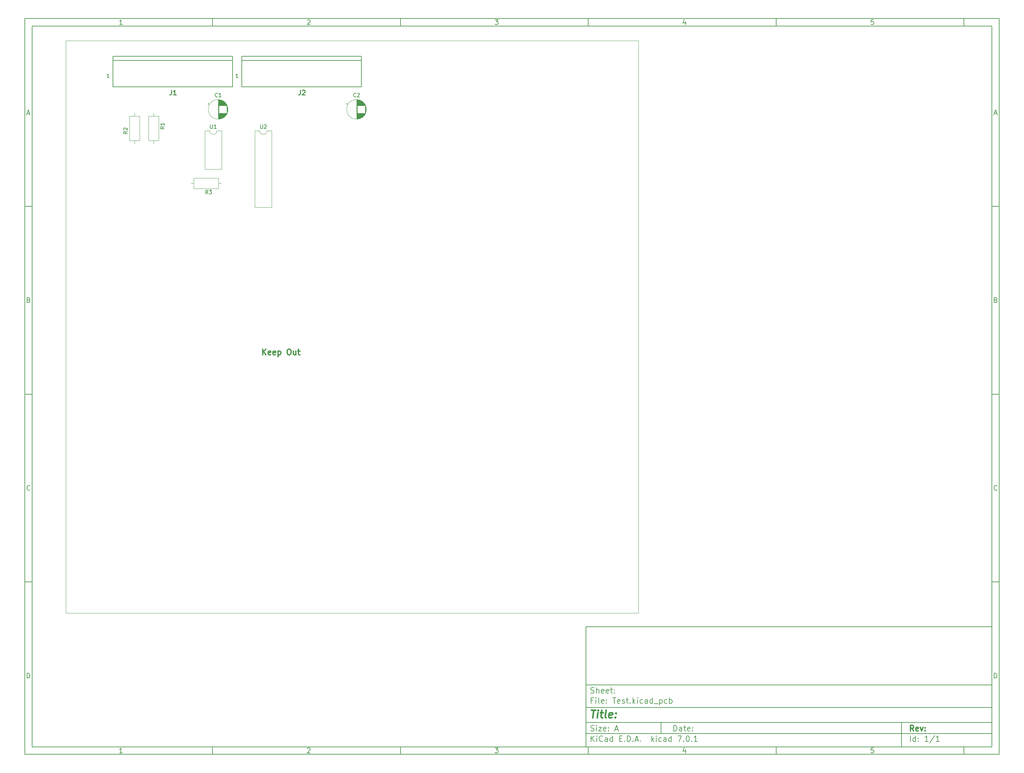
<source format=gbr>
%TF.GenerationSoftware,KiCad,Pcbnew,7.0.1*%
%TF.CreationDate,2023-03-26T09:27:21-05:00*%
%TF.ProjectId,Test,54657374-2e6b-4696-9361-645f70636258,rev?*%
%TF.SameCoordinates,Original*%
%TF.FileFunction,Legend,Top*%
%TF.FilePolarity,Positive*%
%FSLAX46Y46*%
G04 Gerber Fmt 4.6, Leading zero omitted, Abs format (unit mm)*
G04 Created by KiCad (PCBNEW 7.0.1) date 2023-03-26 09:27:21*
%MOMM*%
%LPD*%
G01*
G04 APERTURE LIST*
%ADD10C,0.100000*%
%ADD11C,0.150000*%
%ADD12C,0.300000*%
%ADD13C,0.400000*%
%ADD14C,0.254000*%
%ADD15C,0.120000*%
%ADD16C,0.200000*%
%TA.AperFunction,Profile*%
%ADD17C,0.100000*%
%TD*%
G04 APERTURE END LIST*
D10*
D11*
X159400000Y-171900000D02*
X267400000Y-171900000D01*
X267400000Y-203900000D01*
X159400000Y-203900000D01*
X159400000Y-171900000D01*
D10*
D11*
X10000000Y-10000000D02*
X269400000Y-10000000D01*
X269400000Y-205900000D01*
X10000000Y-205900000D01*
X10000000Y-10000000D01*
D10*
D11*
X12000000Y-12000000D02*
X267400000Y-12000000D01*
X267400000Y-203900000D01*
X12000000Y-203900000D01*
X12000000Y-12000000D01*
D10*
D11*
X60000000Y-12000000D02*
X60000000Y-10000000D01*
D10*
D11*
X110000000Y-12000000D02*
X110000000Y-10000000D01*
D10*
D11*
X160000000Y-12000000D02*
X160000000Y-10000000D01*
D10*
D11*
X210000000Y-12000000D02*
X210000000Y-10000000D01*
D10*
D11*
X260000000Y-12000000D02*
X260000000Y-10000000D01*
D10*
D11*
X35990476Y-11601404D02*
X35247619Y-11601404D01*
X35619047Y-11601404D02*
X35619047Y-10301404D01*
X35619047Y-10301404D02*
X35495238Y-10487119D01*
X35495238Y-10487119D02*
X35371428Y-10610928D01*
X35371428Y-10610928D02*
X35247619Y-10672833D01*
D10*
D11*
X85247619Y-10425214D02*
X85309523Y-10363309D01*
X85309523Y-10363309D02*
X85433333Y-10301404D01*
X85433333Y-10301404D02*
X85742857Y-10301404D01*
X85742857Y-10301404D02*
X85866666Y-10363309D01*
X85866666Y-10363309D02*
X85928571Y-10425214D01*
X85928571Y-10425214D02*
X85990476Y-10549023D01*
X85990476Y-10549023D02*
X85990476Y-10672833D01*
X85990476Y-10672833D02*
X85928571Y-10858547D01*
X85928571Y-10858547D02*
X85185714Y-11601404D01*
X85185714Y-11601404D02*
X85990476Y-11601404D01*
D10*
D11*
X135185714Y-10301404D02*
X135990476Y-10301404D01*
X135990476Y-10301404D02*
X135557142Y-10796642D01*
X135557142Y-10796642D02*
X135742857Y-10796642D01*
X135742857Y-10796642D02*
X135866666Y-10858547D01*
X135866666Y-10858547D02*
X135928571Y-10920452D01*
X135928571Y-10920452D02*
X135990476Y-11044261D01*
X135990476Y-11044261D02*
X135990476Y-11353785D01*
X135990476Y-11353785D02*
X135928571Y-11477595D01*
X135928571Y-11477595D02*
X135866666Y-11539500D01*
X135866666Y-11539500D02*
X135742857Y-11601404D01*
X135742857Y-11601404D02*
X135371428Y-11601404D01*
X135371428Y-11601404D02*
X135247619Y-11539500D01*
X135247619Y-11539500D02*
X135185714Y-11477595D01*
D10*
D11*
X185866666Y-10734738D02*
X185866666Y-11601404D01*
X185557142Y-10239500D02*
X185247619Y-11168071D01*
X185247619Y-11168071D02*
X186052380Y-11168071D01*
D10*
D11*
X235928571Y-10301404D02*
X235309523Y-10301404D01*
X235309523Y-10301404D02*
X235247619Y-10920452D01*
X235247619Y-10920452D02*
X235309523Y-10858547D01*
X235309523Y-10858547D02*
X235433333Y-10796642D01*
X235433333Y-10796642D02*
X235742857Y-10796642D01*
X235742857Y-10796642D02*
X235866666Y-10858547D01*
X235866666Y-10858547D02*
X235928571Y-10920452D01*
X235928571Y-10920452D02*
X235990476Y-11044261D01*
X235990476Y-11044261D02*
X235990476Y-11353785D01*
X235990476Y-11353785D02*
X235928571Y-11477595D01*
X235928571Y-11477595D02*
X235866666Y-11539500D01*
X235866666Y-11539500D02*
X235742857Y-11601404D01*
X235742857Y-11601404D02*
X235433333Y-11601404D01*
X235433333Y-11601404D02*
X235309523Y-11539500D01*
X235309523Y-11539500D02*
X235247619Y-11477595D01*
D10*
D11*
X60000000Y-203900000D02*
X60000000Y-205900000D01*
D10*
D11*
X110000000Y-203900000D02*
X110000000Y-205900000D01*
D10*
D11*
X160000000Y-203900000D02*
X160000000Y-205900000D01*
D10*
D11*
X210000000Y-203900000D02*
X210000000Y-205900000D01*
D10*
D11*
X260000000Y-203900000D02*
X260000000Y-205900000D01*
D10*
D11*
X35990476Y-205501404D02*
X35247619Y-205501404D01*
X35619047Y-205501404D02*
X35619047Y-204201404D01*
X35619047Y-204201404D02*
X35495238Y-204387119D01*
X35495238Y-204387119D02*
X35371428Y-204510928D01*
X35371428Y-204510928D02*
X35247619Y-204572833D01*
D10*
D11*
X85247619Y-204325214D02*
X85309523Y-204263309D01*
X85309523Y-204263309D02*
X85433333Y-204201404D01*
X85433333Y-204201404D02*
X85742857Y-204201404D01*
X85742857Y-204201404D02*
X85866666Y-204263309D01*
X85866666Y-204263309D02*
X85928571Y-204325214D01*
X85928571Y-204325214D02*
X85990476Y-204449023D01*
X85990476Y-204449023D02*
X85990476Y-204572833D01*
X85990476Y-204572833D02*
X85928571Y-204758547D01*
X85928571Y-204758547D02*
X85185714Y-205501404D01*
X85185714Y-205501404D02*
X85990476Y-205501404D01*
D10*
D11*
X135185714Y-204201404D02*
X135990476Y-204201404D01*
X135990476Y-204201404D02*
X135557142Y-204696642D01*
X135557142Y-204696642D02*
X135742857Y-204696642D01*
X135742857Y-204696642D02*
X135866666Y-204758547D01*
X135866666Y-204758547D02*
X135928571Y-204820452D01*
X135928571Y-204820452D02*
X135990476Y-204944261D01*
X135990476Y-204944261D02*
X135990476Y-205253785D01*
X135990476Y-205253785D02*
X135928571Y-205377595D01*
X135928571Y-205377595D02*
X135866666Y-205439500D01*
X135866666Y-205439500D02*
X135742857Y-205501404D01*
X135742857Y-205501404D02*
X135371428Y-205501404D01*
X135371428Y-205501404D02*
X135247619Y-205439500D01*
X135247619Y-205439500D02*
X135185714Y-205377595D01*
D10*
D11*
X185866666Y-204634738D02*
X185866666Y-205501404D01*
X185557142Y-204139500D02*
X185247619Y-205068071D01*
X185247619Y-205068071D02*
X186052380Y-205068071D01*
D10*
D11*
X235928571Y-204201404D02*
X235309523Y-204201404D01*
X235309523Y-204201404D02*
X235247619Y-204820452D01*
X235247619Y-204820452D02*
X235309523Y-204758547D01*
X235309523Y-204758547D02*
X235433333Y-204696642D01*
X235433333Y-204696642D02*
X235742857Y-204696642D01*
X235742857Y-204696642D02*
X235866666Y-204758547D01*
X235866666Y-204758547D02*
X235928571Y-204820452D01*
X235928571Y-204820452D02*
X235990476Y-204944261D01*
X235990476Y-204944261D02*
X235990476Y-205253785D01*
X235990476Y-205253785D02*
X235928571Y-205377595D01*
X235928571Y-205377595D02*
X235866666Y-205439500D01*
X235866666Y-205439500D02*
X235742857Y-205501404D01*
X235742857Y-205501404D02*
X235433333Y-205501404D01*
X235433333Y-205501404D02*
X235309523Y-205439500D01*
X235309523Y-205439500D02*
X235247619Y-205377595D01*
D10*
D11*
X10000000Y-60000000D02*
X12000000Y-60000000D01*
D10*
D11*
X10000000Y-110000000D02*
X12000000Y-110000000D01*
D10*
D11*
X10000000Y-160000000D02*
X12000000Y-160000000D01*
D10*
D11*
X10690476Y-35229976D02*
X11309523Y-35229976D01*
X10566666Y-35601404D02*
X10999999Y-34301404D01*
X10999999Y-34301404D02*
X11433333Y-35601404D01*
D10*
D11*
X11092857Y-84920452D02*
X11278571Y-84982357D01*
X11278571Y-84982357D02*
X11340476Y-85044261D01*
X11340476Y-85044261D02*
X11402380Y-85168071D01*
X11402380Y-85168071D02*
X11402380Y-85353785D01*
X11402380Y-85353785D02*
X11340476Y-85477595D01*
X11340476Y-85477595D02*
X11278571Y-85539500D01*
X11278571Y-85539500D02*
X11154761Y-85601404D01*
X11154761Y-85601404D02*
X10659523Y-85601404D01*
X10659523Y-85601404D02*
X10659523Y-84301404D01*
X10659523Y-84301404D02*
X11092857Y-84301404D01*
X11092857Y-84301404D02*
X11216666Y-84363309D01*
X11216666Y-84363309D02*
X11278571Y-84425214D01*
X11278571Y-84425214D02*
X11340476Y-84549023D01*
X11340476Y-84549023D02*
X11340476Y-84672833D01*
X11340476Y-84672833D02*
X11278571Y-84796642D01*
X11278571Y-84796642D02*
X11216666Y-84858547D01*
X11216666Y-84858547D02*
X11092857Y-84920452D01*
X11092857Y-84920452D02*
X10659523Y-84920452D01*
D10*
D11*
X11402380Y-135477595D02*
X11340476Y-135539500D01*
X11340476Y-135539500D02*
X11154761Y-135601404D01*
X11154761Y-135601404D02*
X11030952Y-135601404D01*
X11030952Y-135601404D02*
X10845238Y-135539500D01*
X10845238Y-135539500D02*
X10721428Y-135415690D01*
X10721428Y-135415690D02*
X10659523Y-135291880D01*
X10659523Y-135291880D02*
X10597619Y-135044261D01*
X10597619Y-135044261D02*
X10597619Y-134858547D01*
X10597619Y-134858547D02*
X10659523Y-134610928D01*
X10659523Y-134610928D02*
X10721428Y-134487119D01*
X10721428Y-134487119D02*
X10845238Y-134363309D01*
X10845238Y-134363309D02*
X11030952Y-134301404D01*
X11030952Y-134301404D02*
X11154761Y-134301404D01*
X11154761Y-134301404D02*
X11340476Y-134363309D01*
X11340476Y-134363309D02*
X11402380Y-134425214D01*
D10*
D11*
X10659523Y-185601404D02*
X10659523Y-184301404D01*
X10659523Y-184301404D02*
X10969047Y-184301404D01*
X10969047Y-184301404D02*
X11154761Y-184363309D01*
X11154761Y-184363309D02*
X11278571Y-184487119D01*
X11278571Y-184487119D02*
X11340476Y-184610928D01*
X11340476Y-184610928D02*
X11402380Y-184858547D01*
X11402380Y-184858547D02*
X11402380Y-185044261D01*
X11402380Y-185044261D02*
X11340476Y-185291880D01*
X11340476Y-185291880D02*
X11278571Y-185415690D01*
X11278571Y-185415690D02*
X11154761Y-185539500D01*
X11154761Y-185539500D02*
X10969047Y-185601404D01*
X10969047Y-185601404D02*
X10659523Y-185601404D01*
D10*
D11*
X269400000Y-60000000D02*
X267400000Y-60000000D01*
D10*
D11*
X269400000Y-110000000D02*
X267400000Y-110000000D01*
D10*
D11*
X269400000Y-160000000D02*
X267400000Y-160000000D01*
D10*
D11*
X268090476Y-35229976D02*
X268709523Y-35229976D01*
X267966666Y-35601404D02*
X268399999Y-34301404D01*
X268399999Y-34301404D02*
X268833333Y-35601404D01*
D10*
D11*
X268492857Y-84920452D02*
X268678571Y-84982357D01*
X268678571Y-84982357D02*
X268740476Y-85044261D01*
X268740476Y-85044261D02*
X268802380Y-85168071D01*
X268802380Y-85168071D02*
X268802380Y-85353785D01*
X268802380Y-85353785D02*
X268740476Y-85477595D01*
X268740476Y-85477595D02*
X268678571Y-85539500D01*
X268678571Y-85539500D02*
X268554761Y-85601404D01*
X268554761Y-85601404D02*
X268059523Y-85601404D01*
X268059523Y-85601404D02*
X268059523Y-84301404D01*
X268059523Y-84301404D02*
X268492857Y-84301404D01*
X268492857Y-84301404D02*
X268616666Y-84363309D01*
X268616666Y-84363309D02*
X268678571Y-84425214D01*
X268678571Y-84425214D02*
X268740476Y-84549023D01*
X268740476Y-84549023D02*
X268740476Y-84672833D01*
X268740476Y-84672833D02*
X268678571Y-84796642D01*
X268678571Y-84796642D02*
X268616666Y-84858547D01*
X268616666Y-84858547D02*
X268492857Y-84920452D01*
X268492857Y-84920452D02*
X268059523Y-84920452D01*
D10*
D11*
X268802380Y-135477595D02*
X268740476Y-135539500D01*
X268740476Y-135539500D02*
X268554761Y-135601404D01*
X268554761Y-135601404D02*
X268430952Y-135601404D01*
X268430952Y-135601404D02*
X268245238Y-135539500D01*
X268245238Y-135539500D02*
X268121428Y-135415690D01*
X268121428Y-135415690D02*
X268059523Y-135291880D01*
X268059523Y-135291880D02*
X267997619Y-135044261D01*
X267997619Y-135044261D02*
X267997619Y-134858547D01*
X267997619Y-134858547D02*
X268059523Y-134610928D01*
X268059523Y-134610928D02*
X268121428Y-134487119D01*
X268121428Y-134487119D02*
X268245238Y-134363309D01*
X268245238Y-134363309D02*
X268430952Y-134301404D01*
X268430952Y-134301404D02*
X268554761Y-134301404D01*
X268554761Y-134301404D02*
X268740476Y-134363309D01*
X268740476Y-134363309D02*
X268802380Y-134425214D01*
D10*
D11*
X268059523Y-185601404D02*
X268059523Y-184301404D01*
X268059523Y-184301404D02*
X268369047Y-184301404D01*
X268369047Y-184301404D02*
X268554761Y-184363309D01*
X268554761Y-184363309D02*
X268678571Y-184487119D01*
X268678571Y-184487119D02*
X268740476Y-184610928D01*
X268740476Y-184610928D02*
X268802380Y-184858547D01*
X268802380Y-184858547D02*
X268802380Y-185044261D01*
X268802380Y-185044261D02*
X268740476Y-185291880D01*
X268740476Y-185291880D02*
X268678571Y-185415690D01*
X268678571Y-185415690D02*
X268554761Y-185539500D01*
X268554761Y-185539500D02*
X268369047Y-185601404D01*
X268369047Y-185601404D02*
X268059523Y-185601404D01*
D10*
D11*
X182757142Y-199693928D02*
X182757142Y-198193928D01*
X182757142Y-198193928D02*
X183114285Y-198193928D01*
X183114285Y-198193928D02*
X183328571Y-198265357D01*
X183328571Y-198265357D02*
X183471428Y-198408214D01*
X183471428Y-198408214D02*
X183542857Y-198551071D01*
X183542857Y-198551071D02*
X183614285Y-198836785D01*
X183614285Y-198836785D02*
X183614285Y-199051071D01*
X183614285Y-199051071D02*
X183542857Y-199336785D01*
X183542857Y-199336785D02*
X183471428Y-199479642D01*
X183471428Y-199479642D02*
X183328571Y-199622500D01*
X183328571Y-199622500D02*
X183114285Y-199693928D01*
X183114285Y-199693928D02*
X182757142Y-199693928D01*
X184900000Y-199693928D02*
X184900000Y-198908214D01*
X184900000Y-198908214D02*
X184828571Y-198765357D01*
X184828571Y-198765357D02*
X184685714Y-198693928D01*
X184685714Y-198693928D02*
X184400000Y-198693928D01*
X184400000Y-198693928D02*
X184257142Y-198765357D01*
X184900000Y-199622500D02*
X184757142Y-199693928D01*
X184757142Y-199693928D02*
X184400000Y-199693928D01*
X184400000Y-199693928D02*
X184257142Y-199622500D01*
X184257142Y-199622500D02*
X184185714Y-199479642D01*
X184185714Y-199479642D02*
X184185714Y-199336785D01*
X184185714Y-199336785D02*
X184257142Y-199193928D01*
X184257142Y-199193928D02*
X184400000Y-199122500D01*
X184400000Y-199122500D02*
X184757142Y-199122500D01*
X184757142Y-199122500D02*
X184900000Y-199051071D01*
X185400000Y-198693928D02*
X185971428Y-198693928D01*
X185614285Y-198193928D02*
X185614285Y-199479642D01*
X185614285Y-199479642D02*
X185685714Y-199622500D01*
X185685714Y-199622500D02*
X185828571Y-199693928D01*
X185828571Y-199693928D02*
X185971428Y-199693928D01*
X187042857Y-199622500D02*
X186900000Y-199693928D01*
X186900000Y-199693928D02*
X186614286Y-199693928D01*
X186614286Y-199693928D02*
X186471428Y-199622500D01*
X186471428Y-199622500D02*
X186400000Y-199479642D01*
X186400000Y-199479642D02*
X186400000Y-198908214D01*
X186400000Y-198908214D02*
X186471428Y-198765357D01*
X186471428Y-198765357D02*
X186614286Y-198693928D01*
X186614286Y-198693928D02*
X186900000Y-198693928D01*
X186900000Y-198693928D02*
X187042857Y-198765357D01*
X187042857Y-198765357D02*
X187114286Y-198908214D01*
X187114286Y-198908214D02*
X187114286Y-199051071D01*
X187114286Y-199051071D02*
X186400000Y-199193928D01*
X187757142Y-199551071D02*
X187828571Y-199622500D01*
X187828571Y-199622500D02*
X187757142Y-199693928D01*
X187757142Y-199693928D02*
X187685714Y-199622500D01*
X187685714Y-199622500D02*
X187757142Y-199551071D01*
X187757142Y-199551071D02*
X187757142Y-199693928D01*
X187757142Y-198765357D02*
X187828571Y-198836785D01*
X187828571Y-198836785D02*
X187757142Y-198908214D01*
X187757142Y-198908214D02*
X187685714Y-198836785D01*
X187685714Y-198836785D02*
X187757142Y-198765357D01*
X187757142Y-198765357D02*
X187757142Y-198908214D01*
D10*
D11*
X159400000Y-200400000D02*
X267400000Y-200400000D01*
D10*
D11*
X160757142Y-202493928D02*
X160757142Y-200993928D01*
X161614285Y-202493928D02*
X160971428Y-201636785D01*
X161614285Y-200993928D02*
X160757142Y-201851071D01*
X162257142Y-202493928D02*
X162257142Y-201493928D01*
X162257142Y-200993928D02*
X162185714Y-201065357D01*
X162185714Y-201065357D02*
X162257142Y-201136785D01*
X162257142Y-201136785D02*
X162328571Y-201065357D01*
X162328571Y-201065357D02*
X162257142Y-200993928D01*
X162257142Y-200993928D02*
X162257142Y-201136785D01*
X163828571Y-202351071D02*
X163757143Y-202422500D01*
X163757143Y-202422500D02*
X163542857Y-202493928D01*
X163542857Y-202493928D02*
X163400000Y-202493928D01*
X163400000Y-202493928D02*
X163185714Y-202422500D01*
X163185714Y-202422500D02*
X163042857Y-202279642D01*
X163042857Y-202279642D02*
X162971428Y-202136785D01*
X162971428Y-202136785D02*
X162900000Y-201851071D01*
X162900000Y-201851071D02*
X162900000Y-201636785D01*
X162900000Y-201636785D02*
X162971428Y-201351071D01*
X162971428Y-201351071D02*
X163042857Y-201208214D01*
X163042857Y-201208214D02*
X163185714Y-201065357D01*
X163185714Y-201065357D02*
X163400000Y-200993928D01*
X163400000Y-200993928D02*
X163542857Y-200993928D01*
X163542857Y-200993928D02*
X163757143Y-201065357D01*
X163757143Y-201065357D02*
X163828571Y-201136785D01*
X165114286Y-202493928D02*
X165114286Y-201708214D01*
X165114286Y-201708214D02*
X165042857Y-201565357D01*
X165042857Y-201565357D02*
X164900000Y-201493928D01*
X164900000Y-201493928D02*
X164614286Y-201493928D01*
X164614286Y-201493928D02*
X164471428Y-201565357D01*
X165114286Y-202422500D02*
X164971428Y-202493928D01*
X164971428Y-202493928D02*
X164614286Y-202493928D01*
X164614286Y-202493928D02*
X164471428Y-202422500D01*
X164471428Y-202422500D02*
X164400000Y-202279642D01*
X164400000Y-202279642D02*
X164400000Y-202136785D01*
X164400000Y-202136785D02*
X164471428Y-201993928D01*
X164471428Y-201993928D02*
X164614286Y-201922500D01*
X164614286Y-201922500D02*
X164971428Y-201922500D01*
X164971428Y-201922500D02*
X165114286Y-201851071D01*
X166471429Y-202493928D02*
X166471429Y-200993928D01*
X166471429Y-202422500D02*
X166328571Y-202493928D01*
X166328571Y-202493928D02*
X166042857Y-202493928D01*
X166042857Y-202493928D02*
X165900000Y-202422500D01*
X165900000Y-202422500D02*
X165828571Y-202351071D01*
X165828571Y-202351071D02*
X165757143Y-202208214D01*
X165757143Y-202208214D02*
X165757143Y-201779642D01*
X165757143Y-201779642D02*
X165828571Y-201636785D01*
X165828571Y-201636785D02*
X165900000Y-201565357D01*
X165900000Y-201565357D02*
X166042857Y-201493928D01*
X166042857Y-201493928D02*
X166328571Y-201493928D01*
X166328571Y-201493928D02*
X166471429Y-201565357D01*
X168328571Y-201708214D02*
X168828571Y-201708214D01*
X169042857Y-202493928D02*
X168328571Y-202493928D01*
X168328571Y-202493928D02*
X168328571Y-200993928D01*
X168328571Y-200993928D02*
X169042857Y-200993928D01*
X169685714Y-202351071D02*
X169757143Y-202422500D01*
X169757143Y-202422500D02*
X169685714Y-202493928D01*
X169685714Y-202493928D02*
X169614286Y-202422500D01*
X169614286Y-202422500D02*
X169685714Y-202351071D01*
X169685714Y-202351071D02*
X169685714Y-202493928D01*
X170400000Y-202493928D02*
X170400000Y-200993928D01*
X170400000Y-200993928D02*
X170757143Y-200993928D01*
X170757143Y-200993928D02*
X170971429Y-201065357D01*
X170971429Y-201065357D02*
X171114286Y-201208214D01*
X171114286Y-201208214D02*
X171185715Y-201351071D01*
X171185715Y-201351071D02*
X171257143Y-201636785D01*
X171257143Y-201636785D02*
X171257143Y-201851071D01*
X171257143Y-201851071D02*
X171185715Y-202136785D01*
X171185715Y-202136785D02*
X171114286Y-202279642D01*
X171114286Y-202279642D02*
X170971429Y-202422500D01*
X170971429Y-202422500D02*
X170757143Y-202493928D01*
X170757143Y-202493928D02*
X170400000Y-202493928D01*
X171900000Y-202351071D02*
X171971429Y-202422500D01*
X171971429Y-202422500D02*
X171900000Y-202493928D01*
X171900000Y-202493928D02*
X171828572Y-202422500D01*
X171828572Y-202422500D02*
X171900000Y-202351071D01*
X171900000Y-202351071D02*
X171900000Y-202493928D01*
X172542858Y-202065357D02*
X173257144Y-202065357D01*
X172400001Y-202493928D02*
X172900001Y-200993928D01*
X172900001Y-200993928D02*
X173400001Y-202493928D01*
X173900000Y-202351071D02*
X173971429Y-202422500D01*
X173971429Y-202422500D02*
X173900000Y-202493928D01*
X173900000Y-202493928D02*
X173828572Y-202422500D01*
X173828572Y-202422500D02*
X173900000Y-202351071D01*
X173900000Y-202351071D02*
X173900000Y-202493928D01*
X176900000Y-202493928D02*
X176900000Y-200993928D01*
X177042858Y-201922500D02*
X177471429Y-202493928D01*
X177471429Y-201493928D02*
X176900000Y-202065357D01*
X178114286Y-202493928D02*
X178114286Y-201493928D01*
X178114286Y-200993928D02*
X178042858Y-201065357D01*
X178042858Y-201065357D02*
X178114286Y-201136785D01*
X178114286Y-201136785D02*
X178185715Y-201065357D01*
X178185715Y-201065357D02*
X178114286Y-200993928D01*
X178114286Y-200993928D02*
X178114286Y-201136785D01*
X179471430Y-202422500D02*
X179328572Y-202493928D01*
X179328572Y-202493928D02*
X179042858Y-202493928D01*
X179042858Y-202493928D02*
X178900001Y-202422500D01*
X178900001Y-202422500D02*
X178828572Y-202351071D01*
X178828572Y-202351071D02*
X178757144Y-202208214D01*
X178757144Y-202208214D02*
X178757144Y-201779642D01*
X178757144Y-201779642D02*
X178828572Y-201636785D01*
X178828572Y-201636785D02*
X178900001Y-201565357D01*
X178900001Y-201565357D02*
X179042858Y-201493928D01*
X179042858Y-201493928D02*
X179328572Y-201493928D01*
X179328572Y-201493928D02*
X179471430Y-201565357D01*
X180757144Y-202493928D02*
X180757144Y-201708214D01*
X180757144Y-201708214D02*
X180685715Y-201565357D01*
X180685715Y-201565357D02*
X180542858Y-201493928D01*
X180542858Y-201493928D02*
X180257144Y-201493928D01*
X180257144Y-201493928D02*
X180114286Y-201565357D01*
X180757144Y-202422500D02*
X180614286Y-202493928D01*
X180614286Y-202493928D02*
X180257144Y-202493928D01*
X180257144Y-202493928D02*
X180114286Y-202422500D01*
X180114286Y-202422500D02*
X180042858Y-202279642D01*
X180042858Y-202279642D02*
X180042858Y-202136785D01*
X180042858Y-202136785D02*
X180114286Y-201993928D01*
X180114286Y-201993928D02*
X180257144Y-201922500D01*
X180257144Y-201922500D02*
X180614286Y-201922500D01*
X180614286Y-201922500D02*
X180757144Y-201851071D01*
X182114287Y-202493928D02*
X182114287Y-200993928D01*
X182114287Y-202422500D02*
X181971429Y-202493928D01*
X181971429Y-202493928D02*
X181685715Y-202493928D01*
X181685715Y-202493928D02*
X181542858Y-202422500D01*
X181542858Y-202422500D02*
X181471429Y-202351071D01*
X181471429Y-202351071D02*
X181400001Y-202208214D01*
X181400001Y-202208214D02*
X181400001Y-201779642D01*
X181400001Y-201779642D02*
X181471429Y-201636785D01*
X181471429Y-201636785D02*
X181542858Y-201565357D01*
X181542858Y-201565357D02*
X181685715Y-201493928D01*
X181685715Y-201493928D02*
X181971429Y-201493928D01*
X181971429Y-201493928D02*
X182114287Y-201565357D01*
X183828572Y-200993928D02*
X184828572Y-200993928D01*
X184828572Y-200993928D02*
X184185715Y-202493928D01*
X185400000Y-202351071D02*
X185471429Y-202422500D01*
X185471429Y-202422500D02*
X185400000Y-202493928D01*
X185400000Y-202493928D02*
X185328572Y-202422500D01*
X185328572Y-202422500D02*
X185400000Y-202351071D01*
X185400000Y-202351071D02*
X185400000Y-202493928D01*
X186400001Y-200993928D02*
X186542858Y-200993928D01*
X186542858Y-200993928D02*
X186685715Y-201065357D01*
X186685715Y-201065357D02*
X186757144Y-201136785D01*
X186757144Y-201136785D02*
X186828572Y-201279642D01*
X186828572Y-201279642D02*
X186900001Y-201565357D01*
X186900001Y-201565357D02*
X186900001Y-201922500D01*
X186900001Y-201922500D02*
X186828572Y-202208214D01*
X186828572Y-202208214D02*
X186757144Y-202351071D01*
X186757144Y-202351071D02*
X186685715Y-202422500D01*
X186685715Y-202422500D02*
X186542858Y-202493928D01*
X186542858Y-202493928D02*
X186400001Y-202493928D01*
X186400001Y-202493928D02*
X186257144Y-202422500D01*
X186257144Y-202422500D02*
X186185715Y-202351071D01*
X186185715Y-202351071D02*
X186114286Y-202208214D01*
X186114286Y-202208214D02*
X186042858Y-201922500D01*
X186042858Y-201922500D02*
X186042858Y-201565357D01*
X186042858Y-201565357D02*
X186114286Y-201279642D01*
X186114286Y-201279642D02*
X186185715Y-201136785D01*
X186185715Y-201136785D02*
X186257144Y-201065357D01*
X186257144Y-201065357D02*
X186400001Y-200993928D01*
X187542857Y-202351071D02*
X187614286Y-202422500D01*
X187614286Y-202422500D02*
X187542857Y-202493928D01*
X187542857Y-202493928D02*
X187471429Y-202422500D01*
X187471429Y-202422500D02*
X187542857Y-202351071D01*
X187542857Y-202351071D02*
X187542857Y-202493928D01*
X189042858Y-202493928D02*
X188185715Y-202493928D01*
X188614286Y-202493928D02*
X188614286Y-200993928D01*
X188614286Y-200993928D02*
X188471429Y-201208214D01*
X188471429Y-201208214D02*
X188328572Y-201351071D01*
X188328572Y-201351071D02*
X188185715Y-201422500D01*
D10*
D11*
X159400000Y-197400000D02*
X267400000Y-197400000D01*
D10*
D12*
X246614285Y-199693928D02*
X246114285Y-198979642D01*
X245757142Y-199693928D02*
X245757142Y-198193928D01*
X245757142Y-198193928D02*
X246328571Y-198193928D01*
X246328571Y-198193928D02*
X246471428Y-198265357D01*
X246471428Y-198265357D02*
X246542857Y-198336785D01*
X246542857Y-198336785D02*
X246614285Y-198479642D01*
X246614285Y-198479642D02*
X246614285Y-198693928D01*
X246614285Y-198693928D02*
X246542857Y-198836785D01*
X246542857Y-198836785D02*
X246471428Y-198908214D01*
X246471428Y-198908214D02*
X246328571Y-198979642D01*
X246328571Y-198979642D02*
X245757142Y-198979642D01*
X247828571Y-199622500D02*
X247685714Y-199693928D01*
X247685714Y-199693928D02*
X247400000Y-199693928D01*
X247400000Y-199693928D02*
X247257142Y-199622500D01*
X247257142Y-199622500D02*
X247185714Y-199479642D01*
X247185714Y-199479642D02*
X247185714Y-198908214D01*
X247185714Y-198908214D02*
X247257142Y-198765357D01*
X247257142Y-198765357D02*
X247400000Y-198693928D01*
X247400000Y-198693928D02*
X247685714Y-198693928D01*
X247685714Y-198693928D02*
X247828571Y-198765357D01*
X247828571Y-198765357D02*
X247900000Y-198908214D01*
X247900000Y-198908214D02*
X247900000Y-199051071D01*
X247900000Y-199051071D02*
X247185714Y-199193928D01*
X248399999Y-198693928D02*
X248757142Y-199693928D01*
X248757142Y-199693928D02*
X249114285Y-198693928D01*
X249685713Y-199551071D02*
X249757142Y-199622500D01*
X249757142Y-199622500D02*
X249685713Y-199693928D01*
X249685713Y-199693928D02*
X249614285Y-199622500D01*
X249614285Y-199622500D02*
X249685713Y-199551071D01*
X249685713Y-199551071D02*
X249685713Y-199693928D01*
X249685713Y-198765357D02*
X249757142Y-198836785D01*
X249757142Y-198836785D02*
X249685713Y-198908214D01*
X249685713Y-198908214D02*
X249614285Y-198836785D01*
X249614285Y-198836785D02*
X249685713Y-198765357D01*
X249685713Y-198765357D02*
X249685713Y-198908214D01*
D10*
D11*
X160685714Y-199622500D02*
X160900000Y-199693928D01*
X160900000Y-199693928D02*
X161257142Y-199693928D01*
X161257142Y-199693928D02*
X161400000Y-199622500D01*
X161400000Y-199622500D02*
X161471428Y-199551071D01*
X161471428Y-199551071D02*
X161542857Y-199408214D01*
X161542857Y-199408214D02*
X161542857Y-199265357D01*
X161542857Y-199265357D02*
X161471428Y-199122500D01*
X161471428Y-199122500D02*
X161400000Y-199051071D01*
X161400000Y-199051071D02*
X161257142Y-198979642D01*
X161257142Y-198979642D02*
X160971428Y-198908214D01*
X160971428Y-198908214D02*
X160828571Y-198836785D01*
X160828571Y-198836785D02*
X160757142Y-198765357D01*
X160757142Y-198765357D02*
X160685714Y-198622500D01*
X160685714Y-198622500D02*
X160685714Y-198479642D01*
X160685714Y-198479642D02*
X160757142Y-198336785D01*
X160757142Y-198336785D02*
X160828571Y-198265357D01*
X160828571Y-198265357D02*
X160971428Y-198193928D01*
X160971428Y-198193928D02*
X161328571Y-198193928D01*
X161328571Y-198193928D02*
X161542857Y-198265357D01*
X162185713Y-199693928D02*
X162185713Y-198693928D01*
X162185713Y-198193928D02*
X162114285Y-198265357D01*
X162114285Y-198265357D02*
X162185713Y-198336785D01*
X162185713Y-198336785D02*
X162257142Y-198265357D01*
X162257142Y-198265357D02*
X162185713Y-198193928D01*
X162185713Y-198193928D02*
X162185713Y-198336785D01*
X162757142Y-198693928D02*
X163542857Y-198693928D01*
X163542857Y-198693928D02*
X162757142Y-199693928D01*
X162757142Y-199693928D02*
X163542857Y-199693928D01*
X164685714Y-199622500D02*
X164542857Y-199693928D01*
X164542857Y-199693928D02*
X164257143Y-199693928D01*
X164257143Y-199693928D02*
X164114285Y-199622500D01*
X164114285Y-199622500D02*
X164042857Y-199479642D01*
X164042857Y-199479642D02*
X164042857Y-198908214D01*
X164042857Y-198908214D02*
X164114285Y-198765357D01*
X164114285Y-198765357D02*
X164257143Y-198693928D01*
X164257143Y-198693928D02*
X164542857Y-198693928D01*
X164542857Y-198693928D02*
X164685714Y-198765357D01*
X164685714Y-198765357D02*
X164757143Y-198908214D01*
X164757143Y-198908214D02*
X164757143Y-199051071D01*
X164757143Y-199051071D02*
X164042857Y-199193928D01*
X165399999Y-199551071D02*
X165471428Y-199622500D01*
X165471428Y-199622500D02*
X165399999Y-199693928D01*
X165399999Y-199693928D02*
X165328571Y-199622500D01*
X165328571Y-199622500D02*
X165399999Y-199551071D01*
X165399999Y-199551071D02*
X165399999Y-199693928D01*
X165399999Y-198765357D02*
X165471428Y-198836785D01*
X165471428Y-198836785D02*
X165399999Y-198908214D01*
X165399999Y-198908214D02*
X165328571Y-198836785D01*
X165328571Y-198836785D02*
X165399999Y-198765357D01*
X165399999Y-198765357D02*
X165399999Y-198908214D01*
X167185714Y-199265357D02*
X167900000Y-199265357D01*
X167042857Y-199693928D02*
X167542857Y-198193928D01*
X167542857Y-198193928D02*
X168042857Y-199693928D01*
D10*
D11*
X245757142Y-202493928D02*
X245757142Y-200993928D01*
X247114286Y-202493928D02*
X247114286Y-200993928D01*
X247114286Y-202422500D02*
X246971428Y-202493928D01*
X246971428Y-202493928D02*
X246685714Y-202493928D01*
X246685714Y-202493928D02*
X246542857Y-202422500D01*
X246542857Y-202422500D02*
X246471428Y-202351071D01*
X246471428Y-202351071D02*
X246400000Y-202208214D01*
X246400000Y-202208214D02*
X246400000Y-201779642D01*
X246400000Y-201779642D02*
X246471428Y-201636785D01*
X246471428Y-201636785D02*
X246542857Y-201565357D01*
X246542857Y-201565357D02*
X246685714Y-201493928D01*
X246685714Y-201493928D02*
X246971428Y-201493928D01*
X246971428Y-201493928D02*
X247114286Y-201565357D01*
X247828571Y-202351071D02*
X247900000Y-202422500D01*
X247900000Y-202422500D02*
X247828571Y-202493928D01*
X247828571Y-202493928D02*
X247757143Y-202422500D01*
X247757143Y-202422500D02*
X247828571Y-202351071D01*
X247828571Y-202351071D02*
X247828571Y-202493928D01*
X247828571Y-201565357D02*
X247900000Y-201636785D01*
X247900000Y-201636785D02*
X247828571Y-201708214D01*
X247828571Y-201708214D02*
X247757143Y-201636785D01*
X247757143Y-201636785D02*
X247828571Y-201565357D01*
X247828571Y-201565357D02*
X247828571Y-201708214D01*
X250471429Y-202493928D02*
X249614286Y-202493928D01*
X250042857Y-202493928D02*
X250042857Y-200993928D01*
X250042857Y-200993928D02*
X249900000Y-201208214D01*
X249900000Y-201208214D02*
X249757143Y-201351071D01*
X249757143Y-201351071D02*
X249614286Y-201422500D01*
X252185714Y-200922500D02*
X250900000Y-202851071D01*
X253471429Y-202493928D02*
X252614286Y-202493928D01*
X253042857Y-202493928D02*
X253042857Y-200993928D01*
X253042857Y-200993928D02*
X252900000Y-201208214D01*
X252900000Y-201208214D02*
X252757143Y-201351071D01*
X252757143Y-201351071D02*
X252614286Y-201422500D01*
D10*
D11*
X159400000Y-193400000D02*
X267400000Y-193400000D01*
D10*
D13*
X160828571Y-194125238D02*
X161971428Y-194125238D01*
X161150000Y-196125238D02*
X161400000Y-194125238D01*
X162376190Y-196125238D02*
X162542857Y-194791904D01*
X162626190Y-194125238D02*
X162519047Y-194220476D01*
X162519047Y-194220476D02*
X162602381Y-194315714D01*
X162602381Y-194315714D02*
X162709524Y-194220476D01*
X162709524Y-194220476D02*
X162626190Y-194125238D01*
X162626190Y-194125238D02*
X162602381Y-194315714D01*
X163197619Y-194791904D02*
X163959523Y-194791904D01*
X163566666Y-194125238D02*
X163352381Y-195839523D01*
X163352381Y-195839523D02*
X163423809Y-196030000D01*
X163423809Y-196030000D02*
X163602381Y-196125238D01*
X163602381Y-196125238D02*
X163792857Y-196125238D01*
X164733333Y-196125238D02*
X164554761Y-196030000D01*
X164554761Y-196030000D02*
X164483333Y-195839523D01*
X164483333Y-195839523D02*
X164697618Y-194125238D01*
X166257142Y-196030000D02*
X166054761Y-196125238D01*
X166054761Y-196125238D02*
X165673808Y-196125238D01*
X165673808Y-196125238D02*
X165495237Y-196030000D01*
X165495237Y-196030000D02*
X165423808Y-195839523D01*
X165423808Y-195839523D02*
X165519047Y-195077619D01*
X165519047Y-195077619D02*
X165638094Y-194887142D01*
X165638094Y-194887142D02*
X165840475Y-194791904D01*
X165840475Y-194791904D02*
X166221427Y-194791904D01*
X166221427Y-194791904D02*
X166399999Y-194887142D01*
X166399999Y-194887142D02*
X166471427Y-195077619D01*
X166471427Y-195077619D02*
X166447618Y-195268095D01*
X166447618Y-195268095D02*
X165471427Y-195458571D01*
X167209523Y-195934761D02*
X167292856Y-196030000D01*
X167292856Y-196030000D02*
X167185713Y-196125238D01*
X167185713Y-196125238D02*
X167102380Y-196030000D01*
X167102380Y-196030000D02*
X167209523Y-195934761D01*
X167209523Y-195934761D02*
X167185713Y-196125238D01*
X167340475Y-194887142D02*
X167423808Y-194982380D01*
X167423808Y-194982380D02*
X167316666Y-195077619D01*
X167316666Y-195077619D02*
X167233332Y-194982380D01*
X167233332Y-194982380D02*
X167340475Y-194887142D01*
X167340475Y-194887142D02*
X167316666Y-195077619D01*
D10*
D11*
X161257142Y-191508214D02*
X160757142Y-191508214D01*
X160757142Y-192293928D02*
X160757142Y-190793928D01*
X160757142Y-190793928D02*
X161471428Y-190793928D01*
X162042856Y-192293928D02*
X162042856Y-191293928D01*
X162042856Y-190793928D02*
X161971428Y-190865357D01*
X161971428Y-190865357D02*
X162042856Y-190936785D01*
X162042856Y-190936785D02*
X162114285Y-190865357D01*
X162114285Y-190865357D02*
X162042856Y-190793928D01*
X162042856Y-190793928D02*
X162042856Y-190936785D01*
X162971428Y-192293928D02*
X162828571Y-192222500D01*
X162828571Y-192222500D02*
X162757142Y-192079642D01*
X162757142Y-192079642D02*
X162757142Y-190793928D01*
X164114285Y-192222500D02*
X163971428Y-192293928D01*
X163971428Y-192293928D02*
X163685714Y-192293928D01*
X163685714Y-192293928D02*
X163542856Y-192222500D01*
X163542856Y-192222500D02*
X163471428Y-192079642D01*
X163471428Y-192079642D02*
X163471428Y-191508214D01*
X163471428Y-191508214D02*
X163542856Y-191365357D01*
X163542856Y-191365357D02*
X163685714Y-191293928D01*
X163685714Y-191293928D02*
X163971428Y-191293928D01*
X163971428Y-191293928D02*
X164114285Y-191365357D01*
X164114285Y-191365357D02*
X164185714Y-191508214D01*
X164185714Y-191508214D02*
X164185714Y-191651071D01*
X164185714Y-191651071D02*
X163471428Y-191793928D01*
X164828570Y-192151071D02*
X164899999Y-192222500D01*
X164899999Y-192222500D02*
X164828570Y-192293928D01*
X164828570Y-192293928D02*
X164757142Y-192222500D01*
X164757142Y-192222500D02*
X164828570Y-192151071D01*
X164828570Y-192151071D02*
X164828570Y-192293928D01*
X164828570Y-191365357D02*
X164899999Y-191436785D01*
X164899999Y-191436785D02*
X164828570Y-191508214D01*
X164828570Y-191508214D02*
X164757142Y-191436785D01*
X164757142Y-191436785D02*
X164828570Y-191365357D01*
X164828570Y-191365357D02*
X164828570Y-191508214D01*
X166471428Y-190793928D02*
X167328571Y-190793928D01*
X166899999Y-192293928D02*
X166899999Y-190793928D01*
X168399999Y-192222500D02*
X168257142Y-192293928D01*
X168257142Y-192293928D02*
X167971428Y-192293928D01*
X167971428Y-192293928D02*
X167828570Y-192222500D01*
X167828570Y-192222500D02*
X167757142Y-192079642D01*
X167757142Y-192079642D02*
X167757142Y-191508214D01*
X167757142Y-191508214D02*
X167828570Y-191365357D01*
X167828570Y-191365357D02*
X167971428Y-191293928D01*
X167971428Y-191293928D02*
X168257142Y-191293928D01*
X168257142Y-191293928D02*
X168399999Y-191365357D01*
X168399999Y-191365357D02*
X168471428Y-191508214D01*
X168471428Y-191508214D02*
X168471428Y-191651071D01*
X168471428Y-191651071D02*
X167757142Y-191793928D01*
X169042856Y-192222500D02*
X169185713Y-192293928D01*
X169185713Y-192293928D02*
X169471427Y-192293928D01*
X169471427Y-192293928D02*
X169614284Y-192222500D01*
X169614284Y-192222500D02*
X169685713Y-192079642D01*
X169685713Y-192079642D02*
X169685713Y-192008214D01*
X169685713Y-192008214D02*
X169614284Y-191865357D01*
X169614284Y-191865357D02*
X169471427Y-191793928D01*
X169471427Y-191793928D02*
X169257142Y-191793928D01*
X169257142Y-191793928D02*
X169114284Y-191722500D01*
X169114284Y-191722500D02*
X169042856Y-191579642D01*
X169042856Y-191579642D02*
X169042856Y-191508214D01*
X169042856Y-191508214D02*
X169114284Y-191365357D01*
X169114284Y-191365357D02*
X169257142Y-191293928D01*
X169257142Y-191293928D02*
X169471427Y-191293928D01*
X169471427Y-191293928D02*
X169614284Y-191365357D01*
X170114285Y-191293928D02*
X170685713Y-191293928D01*
X170328570Y-190793928D02*
X170328570Y-192079642D01*
X170328570Y-192079642D02*
X170399999Y-192222500D01*
X170399999Y-192222500D02*
X170542856Y-192293928D01*
X170542856Y-192293928D02*
X170685713Y-192293928D01*
X171185713Y-192151071D02*
X171257142Y-192222500D01*
X171257142Y-192222500D02*
X171185713Y-192293928D01*
X171185713Y-192293928D02*
X171114285Y-192222500D01*
X171114285Y-192222500D02*
X171185713Y-192151071D01*
X171185713Y-192151071D02*
X171185713Y-192293928D01*
X171899999Y-192293928D02*
X171899999Y-190793928D01*
X172042857Y-191722500D02*
X172471428Y-192293928D01*
X172471428Y-191293928D02*
X171899999Y-191865357D01*
X173114285Y-192293928D02*
X173114285Y-191293928D01*
X173114285Y-190793928D02*
X173042857Y-190865357D01*
X173042857Y-190865357D02*
X173114285Y-190936785D01*
X173114285Y-190936785D02*
X173185714Y-190865357D01*
X173185714Y-190865357D02*
X173114285Y-190793928D01*
X173114285Y-190793928D02*
X173114285Y-190936785D01*
X174471429Y-192222500D02*
X174328571Y-192293928D01*
X174328571Y-192293928D02*
X174042857Y-192293928D01*
X174042857Y-192293928D02*
X173900000Y-192222500D01*
X173900000Y-192222500D02*
X173828571Y-192151071D01*
X173828571Y-192151071D02*
X173757143Y-192008214D01*
X173757143Y-192008214D02*
X173757143Y-191579642D01*
X173757143Y-191579642D02*
X173828571Y-191436785D01*
X173828571Y-191436785D02*
X173900000Y-191365357D01*
X173900000Y-191365357D02*
X174042857Y-191293928D01*
X174042857Y-191293928D02*
X174328571Y-191293928D01*
X174328571Y-191293928D02*
X174471429Y-191365357D01*
X175757143Y-192293928D02*
X175757143Y-191508214D01*
X175757143Y-191508214D02*
X175685714Y-191365357D01*
X175685714Y-191365357D02*
X175542857Y-191293928D01*
X175542857Y-191293928D02*
X175257143Y-191293928D01*
X175257143Y-191293928D02*
X175114285Y-191365357D01*
X175757143Y-192222500D02*
X175614285Y-192293928D01*
X175614285Y-192293928D02*
X175257143Y-192293928D01*
X175257143Y-192293928D02*
X175114285Y-192222500D01*
X175114285Y-192222500D02*
X175042857Y-192079642D01*
X175042857Y-192079642D02*
X175042857Y-191936785D01*
X175042857Y-191936785D02*
X175114285Y-191793928D01*
X175114285Y-191793928D02*
X175257143Y-191722500D01*
X175257143Y-191722500D02*
X175614285Y-191722500D01*
X175614285Y-191722500D02*
X175757143Y-191651071D01*
X177114286Y-192293928D02*
X177114286Y-190793928D01*
X177114286Y-192222500D02*
X176971428Y-192293928D01*
X176971428Y-192293928D02*
X176685714Y-192293928D01*
X176685714Y-192293928D02*
X176542857Y-192222500D01*
X176542857Y-192222500D02*
X176471428Y-192151071D01*
X176471428Y-192151071D02*
X176400000Y-192008214D01*
X176400000Y-192008214D02*
X176400000Y-191579642D01*
X176400000Y-191579642D02*
X176471428Y-191436785D01*
X176471428Y-191436785D02*
X176542857Y-191365357D01*
X176542857Y-191365357D02*
X176685714Y-191293928D01*
X176685714Y-191293928D02*
X176971428Y-191293928D01*
X176971428Y-191293928D02*
X177114286Y-191365357D01*
X177471429Y-192436785D02*
X178614286Y-192436785D01*
X178971428Y-191293928D02*
X178971428Y-192793928D01*
X178971428Y-191365357D02*
X179114286Y-191293928D01*
X179114286Y-191293928D02*
X179400000Y-191293928D01*
X179400000Y-191293928D02*
X179542857Y-191365357D01*
X179542857Y-191365357D02*
X179614286Y-191436785D01*
X179614286Y-191436785D02*
X179685714Y-191579642D01*
X179685714Y-191579642D02*
X179685714Y-192008214D01*
X179685714Y-192008214D02*
X179614286Y-192151071D01*
X179614286Y-192151071D02*
X179542857Y-192222500D01*
X179542857Y-192222500D02*
X179400000Y-192293928D01*
X179400000Y-192293928D02*
X179114286Y-192293928D01*
X179114286Y-192293928D02*
X178971428Y-192222500D01*
X180971429Y-192222500D02*
X180828571Y-192293928D01*
X180828571Y-192293928D02*
X180542857Y-192293928D01*
X180542857Y-192293928D02*
X180400000Y-192222500D01*
X180400000Y-192222500D02*
X180328571Y-192151071D01*
X180328571Y-192151071D02*
X180257143Y-192008214D01*
X180257143Y-192008214D02*
X180257143Y-191579642D01*
X180257143Y-191579642D02*
X180328571Y-191436785D01*
X180328571Y-191436785D02*
X180400000Y-191365357D01*
X180400000Y-191365357D02*
X180542857Y-191293928D01*
X180542857Y-191293928D02*
X180828571Y-191293928D01*
X180828571Y-191293928D02*
X180971429Y-191365357D01*
X181614285Y-192293928D02*
X181614285Y-190793928D01*
X181614285Y-191365357D02*
X181757143Y-191293928D01*
X181757143Y-191293928D02*
X182042857Y-191293928D01*
X182042857Y-191293928D02*
X182185714Y-191365357D01*
X182185714Y-191365357D02*
X182257143Y-191436785D01*
X182257143Y-191436785D02*
X182328571Y-191579642D01*
X182328571Y-191579642D02*
X182328571Y-192008214D01*
X182328571Y-192008214D02*
X182257143Y-192151071D01*
X182257143Y-192151071D02*
X182185714Y-192222500D01*
X182185714Y-192222500D02*
X182042857Y-192293928D01*
X182042857Y-192293928D02*
X181757143Y-192293928D01*
X181757143Y-192293928D02*
X181614285Y-192222500D01*
D10*
D11*
X159400000Y-187400000D02*
X267400000Y-187400000D01*
D10*
D11*
X160685714Y-189522500D02*
X160900000Y-189593928D01*
X160900000Y-189593928D02*
X161257142Y-189593928D01*
X161257142Y-189593928D02*
X161400000Y-189522500D01*
X161400000Y-189522500D02*
X161471428Y-189451071D01*
X161471428Y-189451071D02*
X161542857Y-189308214D01*
X161542857Y-189308214D02*
X161542857Y-189165357D01*
X161542857Y-189165357D02*
X161471428Y-189022500D01*
X161471428Y-189022500D02*
X161400000Y-188951071D01*
X161400000Y-188951071D02*
X161257142Y-188879642D01*
X161257142Y-188879642D02*
X160971428Y-188808214D01*
X160971428Y-188808214D02*
X160828571Y-188736785D01*
X160828571Y-188736785D02*
X160757142Y-188665357D01*
X160757142Y-188665357D02*
X160685714Y-188522500D01*
X160685714Y-188522500D02*
X160685714Y-188379642D01*
X160685714Y-188379642D02*
X160757142Y-188236785D01*
X160757142Y-188236785D02*
X160828571Y-188165357D01*
X160828571Y-188165357D02*
X160971428Y-188093928D01*
X160971428Y-188093928D02*
X161328571Y-188093928D01*
X161328571Y-188093928D02*
X161542857Y-188165357D01*
X162185713Y-189593928D02*
X162185713Y-188093928D01*
X162828571Y-189593928D02*
X162828571Y-188808214D01*
X162828571Y-188808214D02*
X162757142Y-188665357D01*
X162757142Y-188665357D02*
X162614285Y-188593928D01*
X162614285Y-188593928D02*
X162399999Y-188593928D01*
X162399999Y-188593928D02*
X162257142Y-188665357D01*
X162257142Y-188665357D02*
X162185713Y-188736785D01*
X164114285Y-189522500D02*
X163971428Y-189593928D01*
X163971428Y-189593928D02*
X163685714Y-189593928D01*
X163685714Y-189593928D02*
X163542856Y-189522500D01*
X163542856Y-189522500D02*
X163471428Y-189379642D01*
X163471428Y-189379642D02*
X163471428Y-188808214D01*
X163471428Y-188808214D02*
X163542856Y-188665357D01*
X163542856Y-188665357D02*
X163685714Y-188593928D01*
X163685714Y-188593928D02*
X163971428Y-188593928D01*
X163971428Y-188593928D02*
X164114285Y-188665357D01*
X164114285Y-188665357D02*
X164185714Y-188808214D01*
X164185714Y-188808214D02*
X164185714Y-188951071D01*
X164185714Y-188951071D02*
X163471428Y-189093928D01*
X165399999Y-189522500D02*
X165257142Y-189593928D01*
X165257142Y-189593928D02*
X164971428Y-189593928D01*
X164971428Y-189593928D02*
X164828570Y-189522500D01*
X164828570Y-189522500D02*
X164757142Y-189379642D01*
X164757142Y-189379642D02*
X164757142Y-188808214D01*
X164757142Y-188808214D02*
X164828570Y-188665357D01*
X164828570Y-188665357D02*
X164971428Y-188593928D01*
X164971428Y-188593928D02*
X165257142Y-188593928D01*
X165257142Y-188593928D02*
X165399999Y-188665357D01*
X165399999Y-188665357D02*
X165471428Y-188808214D01*
X165471428Y-188808214D02*
X165471428Y-188951071D01*
X165471428Y-188951071D02*
X164757142Y-189093928D01*
X165899999Y-188593928D02*
X166471427Y-188593928D01*
X166114284Y-188093928D02*
X166114284Y-189379642D01*
X166114284Y-189379642D02*
X166185713Y-189522500D01*
X166185713Y-189522500D02*
X166328570Y-189593928D01*
X166328570Y-189593928D02*
X166471427Y-189593928D01*
X166971427Y-189451071D02*
X167042856Y-189522500D01*
X167042856Y-189522500D02*
X166971427Y-189593928D01*
X166971427Y-189593928D02*
X166899999Y-189522500D01*
X166899999Y-189522500D02*
X166971427Y-189451071D01*
X166971427Y-189451071D02*
X166971427Y-189593928D01*
X166971427Y-188665357D02*
X167042856Y-188736785D01*
X167042856Y-188736785D02*
X166971427Y-188808214D01*
X166971427Y-188808214D02*
X166899999Y-188736785D01*
X166899999Y-188736785D02*
X166971427Y-188665357D01*
X166971427Y-188665357D02*
X166971427Y-188808214D01*
D10*
D12*
D10*
D11*
D10*
D11*
D10*
D11*
D10*
D11*
D10*
D11*
X179400000Y-197400000D02*
X179400000Y-200400000D01*
D10*
D11*
X243400000Y-197400000D02*
X243400000Y-203900000D01*
D12*
X73382142Y-99511428D02*
X73382142Y-98011428D01*
X74239285Y-99511428D02*
X73596428Y-98654285D01*
X74239285Y-98011428D02*
X73382142Y-98868571D01*
X75453571Y-99440000D02*
X75310714Y-99511428D01*
X75310714Y-99511428D02*
X75025000Y-99511428D01*
X75025000Y-99511428D02*
X74882142Y-99440000D01*
X74882142Y-99440000D02*
X74810714Y-99297142D01*
X74810714Y-99297142D02*
X74810714Y-98725714D01*
X74810714Y-98725714D02*
X74882142Y-98582857D01*
X74882142Y-98582857D02*
X75025000Y-98511428D01*
X75025000Y-98511428D02*
X75310714Y-98511428D01*
X75310714Y-98511428D02*
X75453571Y-98582857D01*
X75453571Y-98582857D02*
X75525000Y-98725714D01*
X75525000Y-98725714D02*
X75525000Y-98868571D01*
X75525000Y-98868571D02*
X74810714Y-99011428D01*
X76739285Y-99440000D02*
X76596428Y-99511428D01*
X76596428Y-99511428D02*
X76310714Y-99511428D01*
X76310714Y-99511428D02*
X76167856Y-99440000D01*
X76167856Y-99440000D02*
X76096428Y-99297142D01*
X76096428Y-99297142D02*
X76096428Y-98725714D01*
X76096428Y-98725714D02*
X76167856Y-98582857D01*
X76167856Y-98582857D02*
X76310714Y-98511428D01*
X76310714Y-98511428D02*
X76596428Y-98511428D01*
X76596428Y-98511428D02*
X76739285Y-98582857D01*
X76739285Y-98582857D02*
X76810714Y-98725714D01*
X76810714Y-98725714D02*
X76810714Y-98868571D01*
X76810714Y-98868571D02*
X76096428Y-99011428D01*
X77453570Y-98511428D02*
X77453570Y-100011428D01*
X77453570Y-98582857D02*
X77596428Y-98511428D01*
X77596428Y-98511428D02*
X77882142Y-98511428D01*
X77882142Y-98511428D02*
X78024999Y-98582857D01*
X78024999Y-98582857D02*
X78096428Y-98654285D01*
X78096428Y-98654285D02*
X78167856Y-98797142D01*
X78167856Y-98797142D02*
X78167856Y-99225714D01*
X78167856Y-99225714D02*
X78096428Y-99368571D01*
X78096428Y-99368571D02*
X78024999Y-99440000D01*
X78024999Y-99440000D02*
X77882142Y-99511428D01*
X77882142Y-99511428D02*
X77596428Y-99511428D01*
X77596428Y-99511428D02*
X77453570Y-99440000D01*
X80239285Y-98011428D02*
X80524999Y-98011428D01*
X80524999Y-98011428D02*
X80667856Y-98082857D01*
X80667856Y-98082857D02*
X80810713Y-98225714D01*
X80810713Y-98225714D02*
X80882142Y-98511428D01*
X80882142Y-98511428D02*
X80882142Y-99011428D01*
X80882142Y-99011428D02*
X80810713Y-99297142D01*
X80810713Y-99297142D02*
X80667856Y-99440000D01*
X80667856Y-99440000D02*
X80524999Y-99511428D01*
X80524999Y-99511428D02*
X80239285Y-99511428D01*
X80239285Y-99511428D02*
X80096428Y-99440000D01*
X80096428Y-99440000D02*
X79953570Y-99297142D01*
X79953570Y-99297142D02*
X79882142Y-99011428D01*
X79882142Y-99011428D02*
X79882142Y-98511428D01*
X79882142Y-98511428D02*
X79953570Y-98225714D01*
X79953570Y-98225714D02*
X80096428Y-98082857D01*
X80096428Y-98082857D02*
X80239285Y-98011428D01*
X82167857Y-98511428D02*
X82167857Y-99511428D01*
X81524999Y-98511428D02*
X81524999Y-99297142D01*
X81524999Y-99297142D02*
X81596428Y-99440000D01*
X81596428Y-99440000D02*
X81739285Y-99511428D01*
X81739285Y-99511428D02*
X81953571Y-99511428D01*
X81953571Y-99511428D02*
X82096428Y-99440000D01*
X82096428Y-99440000D02*
X82167857Y-99368571D01*
X82667857Y-98511428D02*
X83239285Y-98511428D01*
X82882142Y-98011428D02*
X82882142Y-99297142D01*
X82882142Y-99297142D02*
X82953571Y-99440000D01*
X82953571Y-99440000D02*
X83096428Y-99511428D01*
X83096428Y-99511428D02*
X83239285Y-99511428D01*
D11*
%TO.C,U1*%
X59436095Y-38280619D02*
X59436095Y-39090142D01*
X59436095Y-39090142D02*
X59483714Y-39185380D01*
X59483714Y-39185380D02*
X59531333Y-39233000D01*
X59531333Y-39233000D02*
X59626571Y-39280619D01*
X59626571Y-39280619D02*
X59817047Y-39280619D01*
X59817047Y-39280619D02*
X59912285Y-39233000D01*
X59912285Y-39233000D02*
X59959904Y-39185380D01*
X59959904Y-39185380D02*
X60007523Y-39090142D01*
X60007523Y-39090142D02*
X60007523Y-38280619D01*
X61007523Y-39280619D02*
X60436095Y-39280619D01*
X60721809Y-39280619D02*
X60721809Y-38280619D01*
X60721809Y-38280619D02*
X60626571Y-38423476D01*
X60626571Y-38423476D02*
X60531333Y-38518714D01*
X60531333Y-38518714D02*
X60436095Y-38566333D01*
D14*
%TO.C,J2*%
X83320467Y-29035526D02*
X83320467Y-29942669D01*
X83320467Y-29942669D02*
X83259990Y-30124097D01*
X83259990Y-30124097D02*
X83139038Y-30245050D01*
X83139038Y-30245050D02*
X82957609Y-30305526D01*
X82957609Y-30305526D02*
X82836657Y-30305526D01*
X83864752Y-29156478D02*
X83925228Y-29096002D01*
X83925228Y-29096002D02*
X84046181Y-29035526D01*
X84046181Y-29035526D02*
X84348562Y-29035526D01*
X84348562Y-29035526D02*
X84469514Y-29096002D01*
X84469514Y-29096002D02*
X84529990Y-29156478D01*
X84529990Y-29156478D02*
X84590467Y-29277430D01*
X84590467Y-29277430D02*
X84590467Y-29398383D01*
X84590467Y-29398383D02*
X84529990Y-29579811D01*
X84529990Y-29579811D02*
X83804276Y-30305526D01*
X83804276Y-30305526D02*
X84590467Y-30305526D01*
D11*
X66808314Y-25735619D02*
X66236886Y-25735619D01*
X66522600Y-25735619D02*
X66522600Y-24735619D01*
X66522600Y-24735619D02*
X66427362Y-24878476D01*
X66427362Y-24878476D02*
X66332124Y-24973714D01*
X66332124Y-24973714D02*
X66236886Y-25021333D01*
D14*
%TO.C,J1*%
X49030467Y-29035526D02*
X49030467Y-29942669D01*
X49030467Y-29942669D02*
X48969990Y-30124097D01*
X48969990Y-30124097D02*
X48849038Y-30245050D01*
X48849038Y-30245050D02*
X48667609Y-30305526D01*
X48667609Y-30305526D02*
X48546657Y-30305526D01*
X50300467Y-30305526D02*
X49574752Y-30305526D01*
X49937609Y-30305526D02*
X49937609Y-29035526D01*
X49937609Y-29035526D02*
X49816657Y-29216954D01*
X49816657Y-29216954D02*
X49695705Y-29337907D01*
X49695705Y-29337907D02*
X49574752Y-29398383D01*
D11*
X32518314Y-25735619D02*
X31946886Y-25735619D01*
X32232600Y-25735619D02*
X32232600Y-24735619D01*
X32232600Y-24735619D02*
X32137362Y-24878476D01*
X32137362Y-24878476D02*
X32042124Y-24973714D01*
X32042124Y-24973714D02*
X31946886Y-25021333D01*
%TO.C,U2*%
X72771095Y-38280619D02*
X72771095Y-39090142D01*
X72771095Y-39090142D02*
X72818714Y-39185380D01*
X72818714Y-39185380D02*
X72866333Y-39233000D01*
X72866333Y-39233000D02*
X72961571Y-39280619D01*
X72961571Y-39280619D02*
X73152047Y-39280619D01*
X73152047Y-39280619D02*
X73247285Y-39233000D01*
X73247285Y-39233000D02*
X73294904Y-39185380D01*
X73294904Y-39185380D02*
X73342523Y-39090142D01*
X73342523Y-39090142D02*
X73342523Y-38280619D01*
X73771095Y-38375857D02*
X73818714Y-38328238D01*
X73818714Y-38328238D02*
X73913952Y-38280619D01*
X73913952Y-38280619D02*
X74152047Y-38280619D01*
X74152047Y-38280619D02*
X74247285Y-38328238D01*
X74247285Y-38328238D02*
X74294904Y-38375857D01*
X74294904Y-38375857D02*
X74342523Y-38471095D01*
X74342523Y-38471095D02*
X74342523Y-38566333D01*
X74342523Y-38566333D02*
X74294904Y-38709190D01*
X74294904Y-38709190D02*
X73723476Y-39280619D01*
X73723476Y-39280619D02*
X74342523Y-39280619D01*
%TO.C,R2*%
X37335619Y-40044666D02*
X36859428Y-40377999D01*
X37335619Y-40616094D02*
X36335619Y-40616094D01*
X36335619Y-40616094D02*
X36335619Y-40235142D01*
X36335619Y-40235142D02*
X36383238Y-40139904D01*
X36383238Y-40139904D02*
X36430857Y-40092285D01*
X36430857Y-40092285D02*
X36526095Y-40044666D01*
X36526095Y-40044666D02*
X36668952Y-40044666D01*
X36668952Y-40044666D02*
X36764190Y-40092285D01*
X36764190Y-40092285D02*
X36811809Y-40139904D01*
X36811809Y-40139904D02*
X36859428Y-40235142D01*
X36859428Y-40235142D02*
X36859428Y-40616094D01*
X36430857Y-39663713D02*
X36383238Y-39616094D01*
X36383238Y-39616094D02*
X36335619Y-39520856D01*
X36335619Y-39520856D02*
X36335619Y-39282761D01*
X36335619Y-39282761D02*
X36383238Y-39187523D01*
X36383238Y-39187523D02*
X36430857Y-39139904D01*
X36430857Y-39139904D02*
X36526095Y-39092285D01*
X36526095Y-39092285D02*
X36621333Y-39092285D01*
X36621333Y-39092285D02*
X36764190Y-39139904D01*
X36764190Y-39139904D02*
X37335619Y-39711332D01*
X37335619Y-39711332D02*
X37335619Y-39092285D01*
%TO.C,R3*%
X58761333Y-56680619D02*
X58428000Y-56204428D01*
X58189905Y-56680619D02*
X58189905Y-55680619D01*
X58189905Y-55680619D02*
X58570857Y-55680619D01*
X58570857Y-55680619D02*
X58666095Y-55728238D01*
X58666095Y-55728238D02*
X58713714Y-55775857D01*
X58713714Y-55775857D02*
X58761333Y-55871095D01*
X58761333Y-55871095D02*
X58761333Y-56013952D01*
X58761333Y-56013952D02*
X58713714Y-56109190D01*
X58713714Y-56109190D02*
X58666095Y-56156809D01*
X58666095Y-56156809D02*
X58570857Y-56204428D01*
X58570857Y-56204428D02*
X58189905Y-56204428D01*
X59094667Y-55680619D02*
X59713714Y-55680619D01*
X59713714Y-55680619D02*
X59380381Y-56061571D01*
X59380381Y-56061571D02*
X59523238Y-56061571D01*
X59523238Y-56061571D02*
X59618476Y-56109190D01*
X59618476Y-56109190D02*
X59666095Y-56156809D01*
X59666095Y-56156809D02*
X59713714Y-56252047D01*
X59713714Y-56252047D02*
X59713714Y-56490142D01*
X59713714Y-56490142D02*
X59666095Y-56585380D01*
X59666095Y-56585380D02*
X59618476Y-56633000D01*
X59618476Y-56633000D02*
X59523238Y-56680619D01*
X59523238Y-56680619D02*
X59237524Y-56680619D01*
X59237524Y-56680619D02*
X59142286Y-56633000D01*
X59142286Y-56633000D02*
X59094667Y-56585380D01*
%TO.C,C2*%
X98151333Y-30780380D02*
X98103714Y-30828000D01*
X98103714Y-30828000D02*
X97960857Y-30875619D01*
X97960857Y-30875619D02*
X97865619Y-30875619D01*
X97865619Y-30875619D02*
X97722762Y-30828000D01*
X97722762Y-30828000D02*
X97627524Y-30732761D01*
X97627524Y-30732761D02*
X97579905Y-30637523D01*
X97579905Y-30637523D02*
X97532286Y-30447047D01*
X97532286Y-30447047D02*
X97532286Y-30304190D01*
X97532286Y-30304190D02*
X97579905Y-30113714D01*
X97579905Y-30113714D02*
X97627524Y-30018476D01*
X97627524Y-30018476D02*
X97722762Y-29923238D01*
X97722762Y-29923238D02*
X97865619Y-29875619D01*
X97865619Y-29875619D02*
X97960857Y-29875619D01*
X97960857Y-29875619D02*
X98103714Y-29923238D01*
X98103714Y-29923238D02*
X98151333Y-29970857D01*
X98532286Y-29970857D02*
X98579905Y-29923238D01*
X98579905Y-29923238D02*
X98675143Y-29875619D01*
X98675143Y-29875619D02*
X98913238Y-29875619D01*
X98913238Y-29875619D02*
X99008476Y-29923238D01*
X99008476Y-29923238D02*
X99056095Y-29970857D01*
X99056095Y-29970857D02*
X99103714Y-30066095D01*
X99103714Y-30066095D02*
X99103714Y-30161333D01*
X99103714Y-30161333D02*
X99056095Y-30304190D01*
X99056095Y-30304190D02*
X98484667Y-30875619D01*
X98484667Y-30875619D02*
X99103714Y-30875619D01*
%TO.C,R1*%
X47155619Y-38774666D02*
X46679428Y-39107999D01*
X47155619Y-39346094D02*
X46155619Y-39346094D01*
X46155619Y-39346094D02*
X46155619Y-38965142D01*
X46155619Y-38965142D02*
X46203238Y-38869904D01*
X46203238Y-38869904D02*
X46250857Y-38822285D01*
X46250857Y-38822285D02*
X46346095Y-38774666D01*
X46346095Y-38774666D02*
X46488952Y-38774666D01*
X46488952Y-38774666D02*
X46584190Y-38822285D01*
X46584190Y-38822285D02*
X46631809Y-38869904D01*
X46631809Y-38869904D02*
X46679428Y-38965142D01*
X46679428Y-38965142D02*
X46679428Y-39346094D01*
X47155619Y-37822285D02*
X47155619Y-38393713D01*
X47155619Y-38107999D02*
X46155619Y-38107999D01*
X46155619Y-38107999D02*
X46298476Y-38203237D01*
X46298476Y-38203237D02*
X46393714Y-38298475D01*
X46393714Y-38298475D02*
X46441333Y-38393713D01*
%TO.C,C1*%
X61321333Y-30780380D02*
X61273714Y-30828000D01*
X61273714Y-30828000D02*
X61130857Y-30875619D01*
X61130857Y-30875619D02*
X61035619Y-30875619D01*
X61035619Y-30875619D02*
X60892762Y-30828000D01*
X60892762Y-30828000D02*
X60797524Y-30732761D01*
X60797524Y-30732761D02*
X60749905Y-30637523D01*
X60749905Y-30637523D02*
X60702286Y-30447047D01*
X60702286Y-30447047D02*
X60702286Y-30304190D01*
X60702286Y-30304190D02*
X60749905Y-30113714D01*
X60749905Y-30113714D02*
X60797524Y-30018476D01*
X60797524Y-30018476D02*
X60892762Y-29923238D01*
X60892762Y-29923238D02*
X61035619Y-29875619D01*
X61035619Y-29875619D02*
X61130857Y-29875619D01*
X61130857Y-29875619D02*
X61273714Y-29923238D01*
X61273714Y-29923238D02*
X61321333Y-29970857D01*
X62273714Y-30875619D02*
X61702286Y-30875619D01*
X61988000Y-30875619D02*
X61988000Y-29875619D01*
X61988000Y-29875619D02*
X61892762Y-30018476D01*
X61892762Y-30018476D02*
X61797524Y-30113714D01*
X61797524Y-30113714D02*
X61702286Y-30161333D01*
D15*
%TO.C,U1*%
X57948000Y-39818000D02*
X57948000Y-50098000D01*
X57948000Y-50098000D02*
X62448000Y-50098000D01*
X59198000Y-39818000D02*
X57948000Y-39818000D01*
X62448000Y-39818000D02*
X61198000Y-39818000D01*
X62448000Y-50098000D02*
X62448000Y-39818000D01*
X59198000Y-39818000D02*
G75*
G03*
X61198000Y-39818000I1000000J0D01*
G01*
D16*
%TO.C,J2*%
X67757773Y-20040678D02*
X99629322Y-20040678D01*
X67758000Y-21273000D02*
X67752435Y-28140806D01*
X67758000Y-21273000D02*
X67757773Y-20040678D01*
X70358000Y-28173000D02*
X67752435Y-28173000D01*
X70358000Y-28173000D02*
X99628000Y-28173000D01*
X99618800Y-21158200D02*
X67748800Y-21158200D01*
X99628000Y-28173000D02*
X99628000Y-21273000D01*
X99629549Y-21290967D02*
X99629322Y-20040678D01*
%TO.C,J1*%
X33467773Y-20040678D02*
X65339322Y-20040678D01*
X33468000Y-21273000D02*
X33462435Y-28140806D01*
X33468000Y-21273000D02*
X33467773Y-20040678D01*
X36068000Y-28173000D02*
X33462435Y-28173000D01*
X36068000Y-28173000D02*
X65338000Y-28173000D01*
X65328800Y-21158200D02*
X33458800Y-21158200D01*
X65338000Y-28173000D02*
X65338000Y-21273000D01*
X65339549Y-21290967D02*
X65339322Y-20040678D01*
D15*
%TO.C,U2*%
X71283000Y-39818000D02*
X71283000Y-60258000D01*
X71283000Y-60258000D02*
X75783000Y-60258000D01*
X72533000Y-39818000D02*
X71283000Y-39818000D01*
X75783000Y-39818000D02*
X74533000Y-39818000D01*
X75783000Y-60258000D02*
X75783000Y-39818000D01*
X72533000Y-39818000D02*
G75*
G03*
X74533000Y-39818000I1000000J0D01*
G01*
%TO.C,R2*%
X39243000Y-43283000D02*
X39243000Y-42513000D01*
X37873000Y-42513000D02*
X40613000Y-42513000D01*
X40613000Y-42513000D02*
X40613000Y-35973000D01*
X37873000Y-35973000D02*
X37873000Y-42513000D01*
X40613000Y-35973000D02*
X37873000Y-35973000D01*
X39243000Y-35203000D02*
X39243000Y-35973000D01*
%TO.C,R3*%
X62333000Y-53848000D02*
X61563000Y-53848000D01*
X61563000Y-55218000D02*
X61563000Y-52478000D01*
X61563000Y-52478000D02*
X55023000Y-52478000D01*
X55023000Y-55218000D02*
X61563000Y-55218000D01*
X55023000Y-52478000D02*
X55023000Y-55218000D01*
X54253000Y-53848000D02*
X55023000Y-53848000D01*
%TO.C,C2*%
X95513225Y-32688000D02*
X96013225Y-32688000D01*
X95763225Y-32438000D02*
X95763225Y-32938000D01*
X98318000Y-31583000D02*
X98318000Y-36743000D01*
X98358000Y-31583000D02*
X98358000Y-36743000D01*
X98398000Y-31584000D02*
X98398000Y-36742000D01*
X98438000Y-31585000D02*
X98438000Y-36741000D01*
X98478000Y-31587000D02*
X98478000Y-36739000D01*
X98518000Y-31590000D02*
X98518000Y-36736000D01*
X98558000Y-31594000D02*
X98558000Y-33123000D01*
X98558000Y-35203000D02*
X98558000Y-36732000D01*
X98598000Y-31598000D02*
X98598000Y-33123000D01*
X98598000Y-35203000D02*
X98598000Y-36728000D01*
X98638000Y-31602000D02*
X98638000Y-33123000D01*
X98638000Y-35203000D02*
X98638000Y-36724000D01*
X98678000Y-31607000D02*
X98678000Y-33123000D01*
X98678000Y-35203000D02*
X98678000Y-36719000D01*
X98718000Y-31613000D02*
X98718000Y-33123000D01*
X98718000Y-35203000D02*
X98718000Y-36713000D01*
X98758000Y-31620000D02*
X98758000Y-33123000D01*
X98758000Y-35203000D02*
X98758000Y-36706000D01*
X98798000Y-31627000D02*
X98798000Y-33123000D01*
X98798000Y-35203000D02*
X98798000Y-36699000D01*
X98838000Y-31635000D02*
X98838000Y-33123000D01*
X98838000Y-35203000D02*
X98838000Y-36691000D01*
X98878000Y-31643000D02*
X98878000Y-33123000D01*
X98878000Y-35203000D02*
X98878000Y-36683000D01*
X98918000Y-31652000D02*
X98918000Y-33123000D01*
X98918000Y-35203000D02*
X98918000Y-36674000D01*
X98958000Y-31662000D02*
X98958000Y-33123000D01*
X98958000Y-35203000D02*
X98958000Y-36664000D01*
X98998000Y-31672000D02*
X98998000Y-33123000D01*
X98998000Y-35203000D02*
X98998000Y-36654000D01*
X99039000Y-31683000D02*
X99039000Y-33123000D01*
X99039000Y-35203000D02*
X99039000Y-36643000D01*
X99079000Y-31695000D02*
X99079000Y-33123000D01*
X99079000Y-35203000D02*
X99079000Y-36631000D01*
X99119000Y-31708000D02*
X99119000Y-33123000D01*
X99119000Y-35203000D02*
X99119000Y-36618000D01*
X99159000Y-31721000D02*
X99159000Y-33123000D01*
X99159000Y-35203000D02*
X99159000Y-36605000D01*
X99199000Y-31735000D02*
X99199000Y-33123000D01*
X99199000Y-35203000D02*
X99199000Y-36591000D01*
X99239000Y-31749000D02*
X99239000Y-33123000D01*
X99239000Y-35203000D02*
X99239000Y-36577000D01*
X99279000Y-31765000D02*
X99279000Y-33123000D01*
X99279000Y-35203000D02*
X99279000Y-36561000D01*
X99319000Y-31781000D02*
X99319000Y-33123000D01*
X99319000Y-35203000D02*
X99319000Y-36545000D01*
X99359000Y-31798000D02*
X99359000Y-33123000D01*
X99359000Y-35203000D02*
X99359000Y-36528000D01*
X99399000Y-31815000D02*
X99399000Y-33123000D01*
X99399000Y-35203000D02*
X99399000Y-36511000D01*
X99439000Y-31834000D02*
X99439000Y-33123000D01*
X99439000Y-35203000D02*
X99439000Y-36492000D01*
X99479000Y-31853000D02*
X99479000Y-33123000D01*
X99479000Y-35203000D02*
X99479000Y-36473000D01*
X99519000Y-31873000D02*
X99519000Y-33123000D01*
X99519000Y-35203000D02*
X99519000Y-36453000D01*
X99559000Y-31895000D02*
X99559000Y-33123000D01*
X99559000Y-35203000D02*
X99559000Y-36431000D01*
X99599000Y-31916000D02*
X99599000Y-33123000D01*
X99599000Y-35203000D02*
X99599000Y-36410000D01*
X99639000Y-31939000D02*
X99639000Y-33123000D01*
X99639000Y-35203000D02*
X99639000Y-36387000D01*
X99679000Y-31963000D02*
X99679000Y-33123000D01*
X99679000Y-35203000D02*
X99679000Y-36363000D01*
X99719000Y-31988000D02*
X99719000Y-33123000D01*
X99719000Y-35203000D02*
X99719000Y-36338000D01*
X99759000Y-32014000D02*
X99759000Y-33123000D01*
X99759000Y-35203000D02*
X99759000Y-36312000D01*
X99799000Y-32041000D02*
X99799000Y-33123000D01*
X99799000Y-35203000D02*
X99799000Y-36285000D01*
X99839000Y-32068000D02*
X99839000Y-33123000D01*
X99839000Y-35203000D02*
X99839000Y-36258000D01*
X99879000Y-32098000D02*
X99879000Y-33123000D01*
X99879000Y-35203000D02*
X99879000Y-36228000D01*
X99919000Y-32128000D02*
X99919000Y-33123000D01*
X99919000Y-35203000D02*
X99919000Y-36198000D01*
X99959000Y-32159000D02*
X99959000Y-33123000D01*
X99959000Y-35203000D02*
X99959000Y-36167000D01*
X99999000Y-32192000D02*
X99999000Y-33123000D01*
X99999000Y-35203000D02*
X99999000Y-36134000D01*
X100039000Y-32226000D02*
X100039000Y-33123000D01*
X100039000Y-35203000D02*
X100039000Y-36100000D01*
X100079000Y-32262000D02*
X100079000Y-33123000D01*
X100079000Y-35203000D02*
X100079000Y-36064000D01*
X100119000Y-32299000D02*
X100119000Y-33123000D01*
X100119000Y-35203000D02*
X100119000Y-36027000D01*
X100159000Y-32337000D02*
X100159000Y-33123000D01*
X100159000Y-35203000D02*
X100159000Y-35989000D01*
X100199000Y-32378000D02*
X100199000Y-33123000D01*
X100199000Y-35203000D02*
X100199000Y-35948000D01*
X100239000Y-32420000D02*
X100239000Y-33123000D01*
X100239000Y-35203000D02*
X100239000Y-35906000D01*
X100279000Y-32464000D02*
X100279000Y-33123000D01*
X100279000Y-35203000D02*
X100279000Y-35862000D01*
X100319000Y-32510000D02*
X100319000Y-33123000D01*
X100319000Y-35203000D02*
X100319000Y-35816000D01*
X100359000Y-32558000D02*
X100359000Y-33123000D01*
X100359000Y-35203000D02*
X100359000Y-35768000D01*
X100399000Y-32609000D02*
X100399000Y-33123000D01*
X100399000Y-35203000D02*
X100399000Y-35717000D01*
X100439000Y-32663000D02*
X100439000Y-33123000D01*
X100439000Y-35203000D02*
X100439000Y-35663000D01*
X100479000Y-32720000D02*
X100479000Y-33123000D01*
X100479000Y-35203000D02*
X100479000Y-35606000D01*
X100519000Y-32780000D02*
X100519000Y-33123000D01*
X100519000Y-35203000D02*
X100519000Y-35546000D01*
X100559000Y-32844000D02*
X100559000Y-33123000D01*
X100559000Y-35203000D02*
X100559000Y-35482000D01*
X100599000Y-32912000D02*
X100599000Y-33123000D01*
X100599000Y-35203000D02*
X100599000Y-35414000D01*
X100639000Y-32985000D02*
X100639000Y-35341000D01*
X100679000Y-33065000D02*
X100679000Y-35261000D01*
X100719000Y-33152000D02*
X100719000Y-35174000D01*
X100759000Y-33248000D02*
X100759000Y-35078000D01*
X100799000Y-33358000D02*
X100799000Y-34968000D01*
X100839000Y-33486000D02*
X100839000Y-34840000D01*
X100879000Y-33645000D02*
X100879000Y-34681000D01*
X100919000Y-33879000D02*
X100919000Y-34447000D01*
X100938000Y-34163000D02*
G75*
G03*
X100938000Y-34163000I-2620000J0D01*
G01*
%TO.C,R1*%
X44323000Y-35203000D02*
X44323000Y-35973000D01*
X45693000Y-35973000D02*
X42953000Y-35973000D01*
X42953000Y-35973000D02*
X42953000Y-42513000D01*
X45693000Y-42513000D02*
X45693000Y-35973000D01*
X42953000Y-42513000D02*
X45693000Y-42513000D01*
X44323000Y-43283000D02*
X44323000Y-42513000D01*
%TO.C,C1*%
X58683225Y-32688000D02*
X59183225Y-32688000D01*
X58933225Y-32438000D02*
X58933225Y-32938000D01*
X61488000Y-31583000D02*
X61488000Y-36743000D01*
X61528000Y-31583000D02*
X61528000Y-36743000D01*
X61568000Y-31584000D02*
X61568000Y-36742000D01*
X61608000Y-31585000D02*
X61608000Y-36741000D01*
X61648000Y-31587000D02*
X61648000Y-36739000D01*
X61688000Y-31590000D02*
X61688000Y-36736000D01*
X61728000Y-31594000D02*
X61728000Y-33123000D01*
X61728000Y-35203000D02*
X61728000Y-36732000D01*
X61768000Y-31598000D02*
X61768000Y-33123000D01*
X61768000Y-35203000D02*
X61768000Y-36728000D01*
X61808000Y-31602000D02*
X61808000Y-33123000D01*
X61808000Y-35203000D02*
X61808000Y-36724000D01*
X61848000Y-31607000D02*
X61848000Y-33123000D01*
X61848000Y-35203000D02*
X61848000Y-36719000D01*
X61888000Y-31613000D02*
X61888000Y-33123000D01*
X61888000Y-35203000D02*
X61888000Y-36713000D01*
X61928000Y-31620000D02*
X61928000Y-33123000D01*
X61928000Y-35203000D02*
X61928000Y-36706000D01*
X61968000Y-31627000D02*
X61968000Y-33123000D01*
X61968000Y-35203000D02*
X61968000Y-36699000D01*
X62008000Y-31635000D02*
X62008000Y-33123000D01*
X62008000Y-35203000D02*
X62008000Y-36691000D01*
X62048000Y-31643000D02*
X62048000Y-33123000D01*
X62048000Y-35203000D02*
X62048000Y-36683000D01*
X62088000Y-31652000D02*
X62088000Y-33123000D01*
X62088000Y-35203000D02*
X62088000Y-36674000D01*
X62128000Y-31662000D02*
X62128000Y-33123000D01*
X62128000Y-35203000D02*
X62128000Y-36664000D01*
X62168000Y-31672000D02*
X62168000Y-33123000D01*
X62168000Y-35203000D02*
X62168000Y-36654000D01*
X62209000Y-31683000D02*
X62209000Y-33123000D01*
X62209000Y-35203000D02*
X62209000Y-36643000D01*
X62249000Y-31695000D02*
X62249000Y-33123000D01*
X62249000Y-35203000D02*
X62249000Y-36631000D01*
X62289000Y-31708000D02*
X62289000Y-33123000D01*
X62289000Y-35203000D02*
X62289000Y-36618000D01*
X62329000Y-31721000D02*
X62329000Y-33123000D01*
X62329000Y-35203000D02*
X62329000Y-36605000D01*
X62369000Y-31735000D02*
X62369000Y-33123000D01*
X62369000Y-35203000D02*
X62369000Y-36591000D01*
X62409000Y-31749000D02*
X62409000Y-33123000D01*
X62409000Y-35203000D02*
X62409000Y-36577000D01*
X62449000Y-31765000D02*
X62449000Y-33123000D01*
X62449000Y-35203000D02*
X62449000Y-36561000D01*
X62489000Y-31781000D02*
X62489000Y-33123000D01*
X62489000Y-35203000D02*
X62489000Y-36545000D01*
X62529000Y-31798000D02*
X62529000Y-33123000D01*
X62529000Y-35203000D02*
X62529000Y-36528000D01*
X62569000Y-31815000D02*
X62569000Y-33123000D01*
X62569000Y-35203000D02*
X62569000Y-36511000D01*
X62609000Y-31834000D02*
X62609000Y-33123000D01*
X62609000Y-35203000D02*
X62609000Y-36492000D01*
X62649000Y-31853000D02*
X62649000Y-33123000D01*
X62649000Y-35203000D02*
X62649000Y-36473000D01*
X62689000Y-31873000D02*
X62689000Y-33123000D01*
X62689000Y-35203000D02*
X62689000Y-36453000D01*
X62729000Y-31895000D02*
X62729000Y-33123000D01*
X62729000Y-35203000D02*
X62729000Y-36431000D01*
X62769000Y-31916000D02*
X62769000Y-33123000D01*
X62769000Y-35203000D02*
X62769000Y-36410000D01*
X62809000Y-31939000D02*
X62809000Y-33123000D01*
X62809000Y-35203000D02*
X62809000Y-36387000D01*
X62849000Y-31963000D02*
X62849000Y-33123000D01*
X62849000Y-35203000D02*
X62849000Y-36363000D01*
X62889000Y-31988000D02*
X62889000Y-33123000D01*
X62889000Y-35203000D02*
X62889000Y-36338000D01*
X62929000Y-32014000D02*
X62929000Y-33123000D01*
X62929000Y-35203000D02*
X62929000Y-36312000D01*
X62969000Y-32041000D02*
X62969000Y-33123000D01*
X62969000Y-35203000D02*
X62969000Y-36285000D01*
X63009000Y-32068000D02*
X63009000Y-33123000D01*
X63009000Y-35203000D02*
X63009000Y-36258000D01*
X63049000Y-32098000D02*
X63049000Y-33123000D01*
X63049000Y-35203000D02*
X63049000Y-36228000D01*
X63089000Y-32128000D02*
X63089000Y-33123000D01*
X63089000Y-35203000D02*
X63089000Y-36198000D01*
X63129000Y-32159000D02*
X63129000Y-33123000D01*
X63129000Y-35203000D02*
X63129000Y-36167000D01*
X63169000Y-32192000D02*
X63169000Y-33123000D01*
X63169000Y-35203000D02*
X63169000Y-36134000D01*
X63209000Y-32226000D02*
X63209000Y-33123000D01*
X63209000Y-35203000D02*
X63209000Y-36100000D01*
X63249000Y-32262000D02*
X63249000Y-33123000D01*
X63249000Y-35203000D02*
X63249000Y-36064000D01*
X63289000Y-32299000D02*
X63289000Y-33123000D01*
X63289000Y-35203000D02*
X63289000Y-36027000D01*
X63329000Y-32337000D02*
X63329000Y-33123000D01*
X63329000Y-35203000D02*
X63329000Y-35989000D01*
X63369000Y-32378000D02*
X63369000Y-33123000D01*
X63369000Y-35203000D02*
X63369000Y-35948000D01*
X63409000Y-32420000D02*
X63409000Y-33123000D01*
X63409000Y-35203000D02*
X63409000Y-35906000D01*
X63449000Y-32464000D02*
X63449000Y-33123000D01*
X63449000Y-35203000D02*
X63449000Y-35862000D01*
X63489000Y-32510000D02*
X63489000Y-33123000D01*
X63489000Y-35203000D02*
X63489000Y-35816000D01*
X63529000Y-32558000D02*
X63529000Y-33123000D01*
X63529000Y-35203000D02*
X63529000Y-35768000D01*
X63569000Y-32609000D02*
X63569000Y-33123000D01*
X63569000Y-35203000D02*
X63569000Y-35717000D01*
X63609000Y-32663000D02*
X63609000Y-33123000D01*
X63609000Y-35203000D02*
X63609000Y-35663000D01*
X63649000Y-32720000D02*
X63649000Y-33123000D01*
X63649000Y-35203000D02*
X63649000Y-35606000D01*
X63689000Y-32780000D02*
X63689000Y-33123000D01*
X63689000Y-35203000D02*
X63689000Y-35546000D01*
X63729000Y-32844000D02*
X63729000Y-33123000D01*
X63729000Y-35203000D02*
X63729000Y-35482000D01*
X63769000Y-32912000D02*
X63769000Y-33123000D01*
X63769000Y-35203000D02*
X63769000Y-35414000D01*
X63809000Y-32985000D02*
X63809000Y-35341000D01*
X63849000Y-33065000D02*
X63849000Y-35261000D01*
X63889000Y-33152000D02*
X63889000Y-35174000D01*
X63929000Y-33248000D02*
X63929000Y-35078000D01*
X63969000Y-33358000D02*
X63969000Y-34968000D01*
X64009000Y-33486000D02*
X64009000Y-34840000D01*
X64049000Y-33645000D02*
X64049000Y-34681000D01*
X64089000Y-33879000D02*
X64089000Y-34447000D01*
X64108000Y-34163000D02*
G75*
G03*
X64108000Y-34163000I-2620000J0D01*
G01*
%TD*%
D17*
X20955000Y-15875000D02*
X173355000Y-15875000D01*
X173355000Y-168275000D01*
X20955000Y-168275000D01*
X20955000Y-15875000D01*
M02*

</source>
